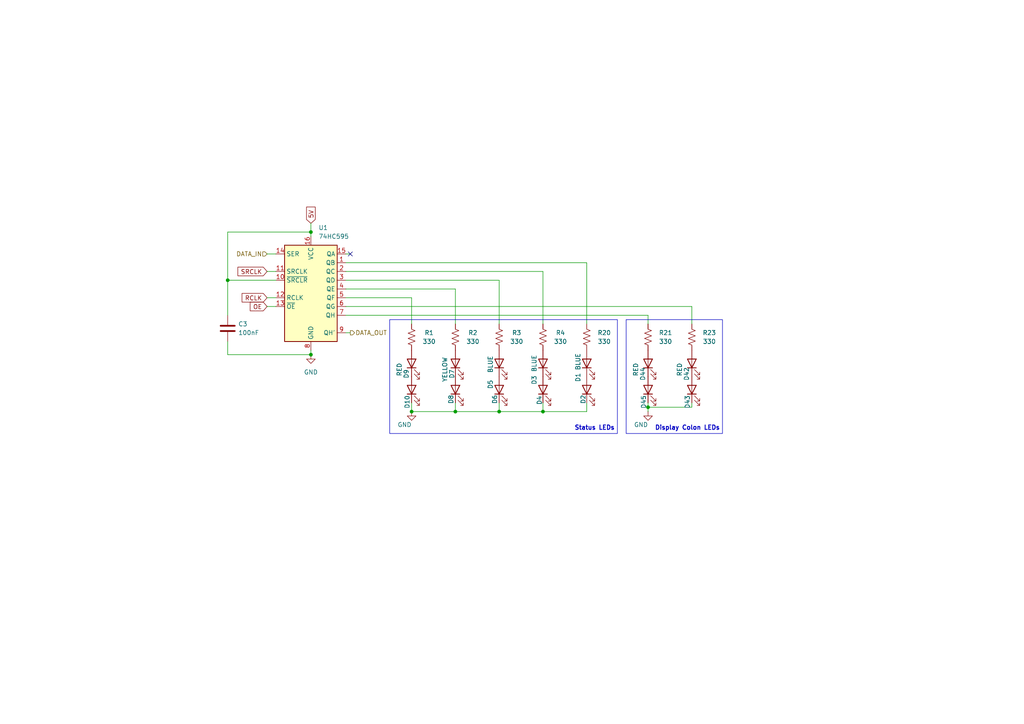
<source format=kicad_sch>
(kicad_sch (version 20231120) (generator "eeschema") (generator_version "8.0")
  (paper "A4")
  (lib_symbols
    (symbol "74xx:74HC595"
      (property "Reference" "U" (at -7.62 13.97 0))
      (property "Value" "74HC595" (at -7.62 -16.51 0))
      (symbol "74HC595_1_0"
        (pin tri_state line (at 10.16 7.62 180) (length 2.54) (name "QB") (number "1"))
        (pin input line (at -10.16 2.54 0) (length 2.54) (name "~{SRCLR}") (number "10"))
        (pin input line (at -10.16 5.08 0) (length 2.54) (name "SRCLK") (number "11"))
        (pin input line (at -10.16 -2.54 0) (length 2.54) (name "RCLK") (number "12"))
        (pin input line (at -10.16 -5.08 0) (length 2.54) (name "~{OE}") (number "13"))
        (pin input line (at -10.16 10.16 0) (length 2.54) (name "SER") (number "14"))
        (pin tri_state line (at 10.16 10.16 180) (length 2.54) (name "QA") (number "15"))
        (pin power_in line (at 0 15.24 270) (length 2.54) (name "VCC") (number "16"))
        (pin tri_state line (at 10.16 5.08 180) (length 2.54) (name "QC") (number "2"))
        (pin tri_state line (at 10.16 2.54 180) (length 2.54) (name "QD") (number "3"))
        (pin tri_state line (at 10.16 0 180) (length 2.54) (name "QE") (number "4"))
        (pin tri_state line (at 10.16 -2.54 180) (length 2.54) (name "QF") (number "5"))
        (pin tri_state line (at 10.16 -5.08 180) (length 2.54) (name "QG") (number "6"))
        (pin tri_state line (at 10.16 -7.62 180) (length 2.54) (name "QH") (number "7"))
        (pin power_in line (at 0 -17.78 90) (length 2.54) (name "GND") (number "8"))
        (pin output line (at 10.16 -12.7 180) (length 2.54) (name "QH'") (number "9"))
      )
      (symbol "74HC595_1_1"
        (rectangle (start -7.62 12.7) (end 7.62 -15.24) (stroke (width 0.254)) (fill (type background)))
      )
    )
    (symbol "Device:C" (pin_numbers hide) (pin_names (offset 0.254))
      (property "Reference" "C" (at 0.635 2.54 0))
      (property "Value" "C" (at 0.635 -2.54 0))
      (symbol "C_0_1"
        (polyline (pts (xy -2.032 -0.762) (xy 2.032 -0.762)) (stroke (width 0.508)))
        (polyline (pts (xy -2.032 0.762) (xy 2.032 0.762)) (stroke (width 0.508)))
      )
      (symbol "C_1_1"
        (pin passive line (at 0 3.81 270) (length 2.794) (name "~") (number "1"))
        (pin passive line (at 0 -3.81 90) (length 2.794) (name "~") (number "2"))
      )
    )
    (symbol "Device:LED" (pin_numbers hide) (pin_names (offset 1.016) hide)
      (property "Reference" "D" (at 0 2.54 0))
      (property "Value" "LED" (at 0 -2.54 0))
      (symbol "LED_0_1"
        (polyline (pts (xy -1.27 -1.27) (xy -1.27 1.27)) (stroke (width 0.254)))
        (polyline (pts (xy -1.27 0) (xy 1.27 0)))
        (polyline (pts (xy 1.27 -1.27) (xy 1.27 1.27) (xy -1.27 0) (xy 1.27 -1.27)) (stroke (width 0.254)))
        (polyline (pts (xy -3.048 -0.762) (xy -4.572 -2.286) (xy -3.81 -2.286) (xy -4.572 -2.286) (xy -4.572 -1.524)))
        (polyline (pts (xy -1.778 -0.762) (xy -3.302 -2.286) (xy -2.54 -2.286) (xy -3.302 -2.286) (xy -3.302 -1.524)))
      )
      (symbol "LED_1_1"
        (pin passive line (at -3.81 0 0) (length 2.54) (name "K") (number "1"))
        (pin passive line (at 3.81 0 180) (length 2.54) (name "A") (number "2"))
      )
    )
    (symbol "Device:R_US" (pin_numbers hide) (pin_names (offset 0))
      (property "Reference" "R" (at 2.54 0 90))
      (property "Value" "R_US" (at -2.54 0 90))
      (symbol "R_US_0_1"
        (polyline (pts (xy 0 -2.286) (xy 0 -2.54)))
        (polyline (pts (xy 0 2.286) (xy 0 2.54)))
        (polyline (pts (xy 0 -0.762) (xy 1.016 -1.143) (xy 0 -1.524) (xy -1.016 -1.905) (xy 0 -2.286)))
        (polyline (pts (xy 0 0.762) (xy 1.016 0.381) (xy 0 0) (xy -1.016 -0.381) (xy 0 -0.762)))
        (polyline (pts (xy 0 2.286) (xy 1.016 1.905) (xy 0 1.524) (xy -1.016 1.143) (xy 0 0.762)))
      )
      (symbol "R_US_1_1"
        (pin passive line (at 0 3.81 270) (length 1.27) (name "~") (number "1"))
        (pin passive line (at 0 -3.81 90) (length 1.27) (name "~") (number "2"))
      )
    )
    (symbol "power:GND" (power) (pin_numbers hide) (pin_names (offset 0) hide)
      (property "Value" "GND" (at 0 -3.81 0))
      (symbol "GND_0_1"
        (polyline (pts (xy 0 0) (xy 0 -1.27) (xy 1.27 -1.27) (xy 0 -2.54) (xy -1.27 -1.27) (xy 0 -1.27)))
      )
      (symbol "GND_1_1"
        (pin power_in line (at 0 0 270) (length 0) (name "~") (number "1"))
      )
    )
  )
  (junction (at 90.17 67.31))
  (junction (at 66.04 81.28))
  (junction (at 119.38 119.38))
  (junction (at 187.96 118.11))
  (junction (at 132.08 119.38))
  (junction (at 144.78 119.38))
  (junction (at 157.48 119.38))
  (junction (at 90.17 102.87))
  (no_connect (at 101.6 73.66))
  (wire (pts (xy 66.04 102.87) (xy 90.17 102.87)))
  (wire (pts (xy 100.33 73.66) (xy 101.6 73.66)))
  (wire (pts (xy 100.33 88.9) (xy 200.66 88.9)))
  (wire (pts (xy 100.33 78.74) (xy 157.48 78.74)))
  (wire (pts (xy 119.38 119.38) (xy 132.08 119.38)))
  (wire (pts (xy 66.04 99.06) (xy 66.04 102.87)))
  (wire (pts (xy 132.08 119.38) (xy 144.78 119.38)))
  (wire (pts (xy 100.33 76.2) (xy 170.18 76.2)))
  (wire (pts (xy 77.47 86.36) (xy 80.01 86.36)))
  (wire (pts (xy 66.04 81.28) (xy 66.04 67.31)))
  (wire (pts (xy 100.33 91.44) (xy 187.96 91.44)))
  (wire (pts (xy 77.47 88.9) (xy 80.01 88.9)))
  (wire (pts (xy 66.04 81.28) (xy 66.04 91.44)))
  (wire (pts (xy 132.08 83.82) (xy 132.08 93.98)))
  (wire (pts (xy 200.66 118.11) (xy 187.96 118.11)))
  (wire (pts (xy 187.96 91.44) (xy 187.96 93.98)))
  (wire (pts (xy 132.08 116.84) (xy 132.08 119.38)))
  (wire (pts (xy 144.78 119.38) (xy 157.48 119.38)))
  (wire (pts (xy 187.96 118.11) (xy 187.96 119.38)))
  (wire (pts (xy 90.17 67.31) (xy 90.17 68.58)))
  (wire (pts (xy 144.78 116.84) (xy 144.78 119.38)))
  (wire (pts (xy 100.33 96.52) (xy 101.6 96.52)))
  (wire (pts (xy 66.04 81.28) (xy 80.01 81.28)))
  (wire (pts (xy 90.17 101.6) (xy 90.17 102.87)))
  (wire (pts (xy 144.78 81.28) (xy 144.78 93.98)))
  (wire (pts (xy 77.47 73.66) (xy 80.01 73.66)))
  (wire (pts (xy 90.17 64.77) (xy 90.17 67.31)))
  (wire (pts (xy 66.04 67.31) (xy 90.17 67.31)))
  (wire (pts (xy 170.18 119.38) (xy 157.48 119.38)))
  (wire (pts (xy 119.38 86.36) (xy 119.38 93.98)))
  (wire (pts (xy 200.66 116.84) (xy 200.66 118.11)))
  (wire (pts (xy 77.47 78.74) (xy 80.01 78.74)))
  (wire (pts (xy 100.33 81.28) (xy 144.78 81.28)))
  (wire (pts (xy 100.33 83.82) (xy 132.08 83.82)))
  (wire (pts (xy 157.48 78.74) (xy 157.48 93.98)))
  (wire (pts (xy 200.66 88.9) (xy 200.66 93.98)))
  (wire (pts (xy 119.38 116.84) (xy 119.38 119.38)))
  (wire (pts (xy 170.18 76.2) (xy 170.18 93.98)))
  (wire (pts (xy 170.18 116.84) (xy 170.18 119.38)))
  (wire (pts (xy 157.48 116.84) (xy 157.48 119.38)))
  (wire (pts (xy 187.96 116.84) (xy 187.96 118.11)))
  (wire (pts (xy 100.33 86.36) (xy 119.38 86.36)))
  (rectangle (start 113.03 92.71) (end 179.07 125.73))
  (rectangle (start 181.61 92.71) (end 209.55 125.73))
  (text "Status LEDs\n" (at 172.466 124.206 0) (effects (font (size 1.27 1.27) (thickness 0.254) (bold yes))))
  (text "Display Colon LEDs\n" (at 199.39 124.206 0) (effects (font (size 1.27 1.27) (thickness 0.254) (bold yes))))
  (global_label "RCLK" (shape input) (at 77.47 86.36 180) (property "Intersheetrefs" "${INTERSHEET_REFS}" (effects (hide yes))))
  (global_label "SRCLK" (shape input) (at 77.47 78.74 180) (property "Intersheetrefs" "${INTERSHEET_REFS}" (effects (hide yes))))
  (global_label "OE" (shape input) (at 77.47 88.9 180) (property "Intersheetrefs" "${INTERSHEET_REFS}" (effects (hide yes))))
  (global_label "5V" (shape input) (at 90.17 64.77 90) (property "Intersheetrefs" "${INTERSHEET_REFS}" (effects (hide yes))))
  (hierarchical_label "DATA_OUT" (shape output) (at 101.6 96.52 0))
  (hierarchical_label "DATA_IN" (shape input) (at 77.47 73.66 180))
  (symbol (lib_id "Device:R_US") (at 200.66 97.79 0) (unit 1)
    (property "Reference" "R23" (at 205.74 96.52 0))
    (property "Value" "330" (at 205.74 99.06 0))
    (property "Footprint" "Resistor_SMD:R_0805_2012Metric" (effects (hide yes)))
    (property "Description" "Resistor, US symbol" (effects (hide yes)))
  )
  (symbol (lib_id "Device:R_US") (at 119.38 97.79 0) (unit 1)
    (property "Reference" "R1" (at 124.46 96.52 0))
    (property "Value" "330" (at 124.46 99.06 0))
    (property "Footprint" "Resistor_SMD:R_0805_2012Metric" (effects (hide yes)))
    (property "Description" "Resistor, US symbol" (effects (hide yes)))
  )
  (symbol (lib_id "power:GND") (at 90.17 102.87 0) (unit 1)
    (property "Reference" "#PWR09" (effects (hide yes)))
    (property "Value" "GND" (at 90.17 107.95 0))
    (property "Description" "Power symbol creates a global label with name \"GND\" , ground" (effects (hide yes)))
  )
  (symbol (lib_id "Device:R_US") (at 144.78 97.79 0) (unit 1)
    (property "Reference" "R3" (at 149.86 96.52 0))
    (property "Value" "330" (at 149.86 99.06 0))
    (property "Footprint" "Resistor_SMD:R_0805_2012Metric" (effects (hide yes)))
    (property "Description" "Resistor, US symbol" (effects (hide yes)))
  )
  (symbol (lib_id "Device:LED") (at 200.66 113.03 90) (unit 1)
    (property "Reference" "D43" (at 199.39 116.586 0))
    (property "Value" "RED" (effects (hide yes)))
    (property "Footprint" "LED_SMD:LED_0805_2012Metric" (effects (hide yes)))
    (property "Description" "Light emitting diode" (effects (hide yes)))
    (property "Digikey PN" "732-4984-1-ND" (effects (hide yes)))
  )
  (symbol (lib_id "Device:LED") (at 187.96 105.41 90) (unit 1)
    (property "Reference" "D44" (at 186.436 108.458 0))
    (property "Value" "RED" (at 184.404 107.188 0))
    (property "Footprint" "LED_SMD:LED_0805_2012Metric" (effects (hide yes)))
    (property "Description" "Light emitting diode" (effects (hide yes)))
    (property "Digikey PN" "732-4984-1-ND" (effects (hide yes)))
  )
  (symbol (lib_id "Device:R_US") (at 187.96 97.79 0) (unit 1)
    (property "Reference" "R21" (at 193.04 96.52 0))
    (property "Value" "330" (at 193.04 99.06 0))
    (property "Footprint" "Resistor_SMD:R_0805_2012Metric" (effects (hide yes)))
    (property "Description" "Resistor, US symbol" (effects (hide yes)))
  )
  (symbol (lib_id "Device:LED") (at 132.08 113.03 90) (unit 1)
    (property "Reference" "D8" (at 130.81 115.824 0))
    (property "Value" "YELLOW" (effects (hide yes)))
    (property "Footprint" "LED_SMD:LED_0805_2012Metric" (effects (hide yes)))
    (property "Description" "Light emitting diode" (effects (hide yes)))
    (property "Digikey PN" "732-4987-1-ND" (effects (hide yes)))
  )
  (symbol (lib_id "Device:R_US") (at 170.18 97.79 0) (unit 1)
    (property "Reference" "R20" (at 175.26 96.52 0))
    (property "Value" "330" (at 175.26 99.06 0))
    (property "Footprint" "Resistor_SMD:R_0805_2012Metric" (effects (hide yes)))
    (property "Description" "Resistor, US symbol" (effects (hide yes)))
  )
  (symbol (lib_id "Device:LED") (at 170.18 113.03 90) (unit 1)
    (property "Reference" "D2" (at 169.164 115.824 0))
    (property "Value" "BLUE" (effects (hide yes)))
    (property "Footprint" "LED_SMD:LED_0805_2012Metric" (effects (hide yes)))
    (property "Description" "Light emitting diode" (effects (hide yes)))
    (property "Digikey PN" "732-4982-1-ND" (effects (hide yes)))
  )
  (symbol (lib_id "Device:R_US") (at 132.08 97.79 0) (unit 1)
    (property "Reference" "R2" (at 137.16 96.52 0))
    (property "Value" "330" (at 137.16 99.06 0))
    (property "Footprint" "Resistor_SMD:R_0805_2012Metric" (effects (hide yes)))
    (property "Description" "Resistor, US symbol" (effects (hide yes)))
  )
  (symbol (lib_id "Device:LED") (at 157.48 113.03 90) (unit 1)
    (property "Reference" "D4" (at 156.464 116.078 0))
    (property "Value" "BLUE" (effects (hide yes)))
    (property "Footprint" "LED_SMD:LED_0805_2012Metric" (effects (hide yes)))
    (property "Description" "Light emitting diode" (effects (hide yes)))
    (property "Digikey PN" "732-4982-1-ND" (effects (hide yes)))
  )
  (symbol (lib_id "power:GND") (at 187.96 119.38 0) (unit 1)
    (property "Reference" "#PWR05" (effects (hide yes)))
    (property "Value" "GND" (at 187.9601 123.19 0) (effects (justify right)))
    (property "Description" "Power symbol creates a global label with name \"GND\" , ground" (effects (hide yes)))
  )
  (symbol (lib_id "Device:R_US") (at 157.48 97.79 0) (unit 1)
    (property "Reference" "R4" (at 162.56 96.52 0))
    (property "Value" "330" (at 162.56 99.06 0))
    (property "Footprint" "Resistor_SMD:R_0805_2012Metric" (effects (hide yes)))
    (property "Description" "Resistor, US symbol" (effects (hide yes)))
  )
  (symbol (lib_id "Device:LED") (at 119.38 105.41 90) (unit 1)
    (property "Reference" "D9" (at 117.856 108.458 0))
    (property "Value" "RED" (at 115.824 107.188 0))
    (property "Footprint" "LED_SMD:LED_0805_2012Metric" (effects (hide yes)))
    (property "Description" "Light emitting diode" (effects (hide yes)))
    (property "Digikey PN" "732-4984-1-ND" (effects (hide yes)))
  )
  (symbol (lib_id "Device:LED") (at 157.48 105.41 90) (unit 1)
    (property "Reference" "D3" (at 154.94 110.236 0))
    (property "Value" "BLUE" (at 154.94 105.41 0))
    (property "Footprint" "LED_SMD:LED_0805_2012Metric" (effects (hide yes)))
    (property "Description" "Light emitting diode" (effects (hide yes)))
    (property "Digikey PN" "732-4982-1-ND" (effects (hide yes)))
  )
  (symbol (lib_id "Device:LED") (at 170.18 105.41 90) (unit 1)
    (property "Reference" "D1" (at 167.64 109.474 0))
    (property "Value" "BLUE" (at 167.64 104.902 0))
    (property "Footprint" "LED_SMD:LED_0805_2012Metric" (effects (hide yes)))
    (property "Description" "Light emitting diode" (effects (hide yes)))
    (property "Digikey PN" "732-4982-1-ND" (effects (hide yes)))
  )
  (symbol (lib_id "Device:LED") (at 144.78 105.41 90) (unit 1)
    (property "Reference" "D5" (at 142.24 111.506 0))
    (property "Value" "BLUE" (at 142.24 105.664 0))
    (property "Footprint" "LED_SMD:LED_0805_2012Metric" (effects (hide yes)))
    (property "Description" "Light emitting diode" (effects (hide yes)))
    (property "Digikey PN" "732-4982-1-ND" (effects (hide yes)))
  )
  (symbol (lib_id "Device:LED") (at 132.08 105.41 90) (unit 1)
    (property "Reference" "D7" (at 131.064 108.458 0))
    (property "Value" "YELLOW" (at 129.032 107.188 0))
    (property "Footprint" "LED_SMD:LED_0805_2012Metric" (effects (hide yes)))
    (property "Description" "Light emitting diode" (effects (hide yes)))
    (property "Digikey PN" "732-4987-1-ND" (effects (hide yes)))
  )
  (symbol (lib_id "74xx:74HC595") (at 90.17 83.82 0) (unit 1)
    (property "Reference" "U1" (at 92.3641 66.04 0) (effects (justify left)))
    (property "Value" "74HC595" (at 92.3641 68.58 0) (effects (justify left)))
    (property "Footprint" "ImportedFootprints:CD74HC595E" (effects (hide yes)))
    (property "Datasheet" "http://www.ti.com/lit/ds/symlink/sn74hc595.pdf" (effects (hide yes)))
    (property "Description" "8-bit serial in/out Shift Register 3-State Outputs" (effects (hide yes)))
    (property "Digikey PN" "296-1600-5-ND" (effects (hide yes)))
  )
  (symbol (lib_id "Device:LED") (at 200.66 105.41 90) (unit 1)
    (property "Reference" "D42" (at 199.136 108.458 0))
    (property "Value" "RED" (at 197.104 107.188 0))
    (property "Footprint" "LED_SMD:LED_0805_2012Metric" (effects (hide yes)))
    (property "Description" "Light emitting diode" (effects (hide yes)))
    (property "Digikey PN" "732-4984-1-ND" (effects (hide yes)))
  )
  (symbol (lib_id "Device:LED") (at 119.38 113.03 90) (unit 1)
    (property "Reference" "D10" (at 118.11 116.586 0))
    (property "Value" "RED" (effects (hide yes)))
    (property "Footprint" "LED_SMD:LED_0805_2012Metric" (effects (hide yes)))
    (property "Description" "Light emitting diode" (effects (hide yes)))
    (property "Digikey PN" "732-4984-1-ND" (effects (hide yes)))
  )
  (symbol (lib_id "power:GND") (at 119.38 119.38 0) (unit 1)
    (property "Reference" "#PWR03" (effects (hide yes)))
    (property "Value" "GND" (at 119.3801 123.19 0) (effects (justify right)))
    (property "Description" "Power symbol creates a global label with name \"GND\" , ground" (effects (hide yes)))
  )
  (symbol (lib_id "Device:C") (at 66.04 95.25 0) (unit 1)
    (property "Reference" "C3" (at 69.088 93.98 0) (effects (justify left)))
    (property "Value" "100nF" (at 69.088 96.52 0) (effects (justify left)))
    (property "Footprint" "Capacitor_SMD:C_0805_2012Metric" (effects (hide yes)))
    (property "Description" "Unpolarized capacitor" (effects (hide yes)))
  )
  (symbol (lib_id "Device:LED") (at 144.78 113.03 90) (unit 1)
    (property "Reference" "D6" (at 143.51 115.824 0))
    (property "Value" "BLUE" (effects (hide yes)))
    (property "Footprint" "LED_SMD:LED_0805_2012Metric" (effects (hide yes)))
    (property "Description" "Light emitting diode" (effects (hide yes)))
    (property "Digikey PN" "732-4982-1-ND" (effects (hide yes)))
  )
  (symbol (lib_id "Device:LED") (at 187.96 113.03 90) (unit 1)
    (property "Reference" "D45" (at 186.69 116.586 0))
    (property "Value" "RED" (effects (hide yes)))
    (property "Footprint" "LED_SMD:LED_0805_2012Metric" (effects (hide yes)))
    (property "Description" "Light emitting diode" (effects (hide yes)))
    (property "Digikey PN" "732-4984-1-ND" (effects (hide yes)))
  )
)
</source>
